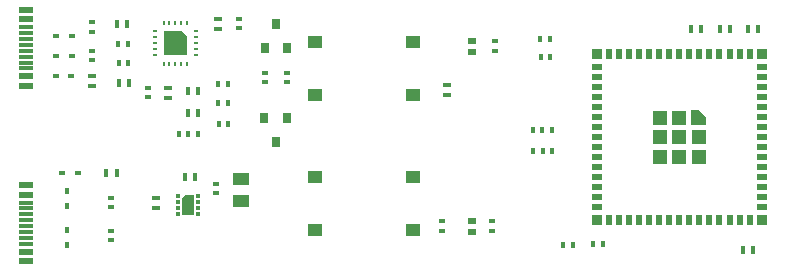
<source format=gtp>
G04*
G04 #@! TF.GenerationSoftware,Altium Limited,Altium Designer,24.7.2 (38)*
G04*
G04 Layer_Color=8421504*
%FSLAX25Y25*%
%MOIN*%
G70*
G04*
G04 #@! TF.SameCoordinates,4F91C874-3C4E-4DED-96D1-C94EC6773432*
G04*
G04*
G04 #@! TF.FilePolarity,Positive*
G04*
G01*
G75*
%ADD18R,0.02165X0.01772*%
%ADD19R,0.05118X0.04331*%
%ADD20R,0.01772X0.02165*%
%ADD21R,0.02756X0.02362*%
%ADD22R,0.02756X0.01378*%
%ADD23R,0.01378X0.02756*%
%ADD24R,0.00984X0.01575*%
%ADD25R,0.05512X0.03937*%
%ADD26R,0.01575X0.01181*%
%ADD27R,0.01575X0.00984*%
%ADD28R,0.01575X0.01890*%
%ADD29R,0.01890X0.01575*%
%ADD30R,0.03150X0.03543*%
%ADD31R,0.04921X0.02362*%
%ADD32R,0.04921X0.01181*%
%ADD33R,0.05118X0.05118*%
%ADD34R,0.03543X0.01968*%
%ADD35R,0.01968X0.03543*%
%ADD36R,0.03543X0.03543*%
G36*
X80945Y83370D02*
Y77071D01*
X73071D01*
Y84945D01*
X79370D01*
X80945Y83370D01*
D02*
G37*
G36*
X83083Y23799D02*
X79343D01*
Y29547D01*
X80090Y30295D01*
X83083D01*
Y23799D01*
D02*
G37*
G36*
X254059Y56192D02*
Y53633D01*
X248941D01*
Y58751D01*
X251500D01*
X254059Y56192D01*
D02*
G37*
D18*
X49200Y84850D02*
D03*
Y88000D02*
D03*
X98300Y89075D02*
D03*
Y85925D02*
D03*
X67900Y62925D02*
D03*
Y66075D02*
D03*
X49200Y75325D02*
D03*
Y78475D02*
D03*
X55700Y15325D02*
D03*
Y18475D02*
D03*
Y29450D02*
D03*
Y26300D02*
D03*
X165800Y18525D02*
D03*
Y21675D02*
D03*
X182700D02*
D03*
Y18525D02*
D03*
X183700Y78425D02*
D03*
Y81575D02*
D03*
X106800Y67925D02*
D03*
Y71075D02*
D03*
X90500Y31000D02*
D03*
Y34150D02*
D03*
X114300Y67925D02*
D03*
Y71075D02*
D03*
D19*
X123661Y36358D02*
D03*
X156339D02*
D03*
X123661Y18642D02*
D03*
X156339D02*
D03*
Y63642D02*
D03*
X123661D02*
D03*
X156339Y81358D02*
D03*
X123661D02*
D03*
D20*
X78177Y50798D02*
D03*
X81327D02*
D03*
D03*
X84476D02*
D03*
X61275Y74300D02*
D03*
X58125D02*
D03*
X61100Y80600D02*
D03*
X57950D02*
D03*
X91325Y67500D02*
D03*
X94475D02*
D03*
X94575Y54000D02*
D03*
X91425D02*
D03*
X94500Y61000D02*
D03*
X91350D02*
D03*
X198725Y82500D02*
D03*
X201875D02*
D03*
X201975Y76500D02*
D03*
X198825D02*
D03*
X219437Y13937D02*
D03*
X216288D02*
D03*
X199500Y45100D02*
D03*
X196350D02*
D03*
X199500D02*
D03*
X202650D02*
D03*
X209450Y13700D02*
D03*
X206300D02*
D03*
X199375Y52100D02*
D03*
X202524D02*
D03*
X196225D02*
D03*
X199375D02*
D03*
D21*
X175800Y18000D02*
D03*
Y21740D02*
D03*
Y78130D02*
D03*
Y81870D02*
D03*
D22*
X167700Y63827D02*
D03*
Y67173D02*
D03*
X74600Y66073D02*
D03*
X70400Y29447D02*
D03*
Y26100D02*
D03*
X49200Y70173D02*
D03*
Y66827D02*
D03*
X91200Y89173D02*
D03*
Y85827D02*
D03*
X74600Y62727D02*
D03*
D23*
X268027Y85700D02*
D03*
X271373D02*
D03*
X261747D02*
D03*
X258400D02*
D03*
X252200D02*
D03*
X248853D02*
D03*
X83447Y36300D02*
D03*
X80100D02*
D03*
X269673Y12000D02*
D03*
X266327D02*
D03*
X84673Y64956D02*
D03*
X81327D02*
D03*
X54053Y37600D02*
D03*
X57400D02*
D03*
X84673Y57900D02*
D03*
X81327D02*
D03*
X61673Y67800D02*
D03*
X58327D02*
D03*
X61000Y87400D02*
D03*
X57653D02*
D03*
D24*
X73071Y74118D02*
D03*
X80945D02*
D03*
X78976D02*
D03*
X77008D02*
D03*
X75039D02*
D03*
X73071Y87898D02*
D03*
X75039D02*
D03*
X77008D02*
D03*
X78976D02*
D03*
X80945D02*
D03*
D25*
X99000Y35587D02*
D03*
Y28500D02*
D03*
D26*
X77925Y30000D02*
D03*
Y28032D02*
D03*
Y26063D02*
D03*
Y24094D02*
D03*
X84500Y30000D02*
D03*
Y28032D02*
D03*
Y26063D02*
D03*
Y24094D02*
D03*
D27*
X83898Y84945D02*
D03*
Y82976D02*
D03*
Y81008D02*
D03*
Y79039D02*
D03*
Y77071D02*
D03*
X70118D02*
D03*
Y79039D02*
D03*
Y81008D02*
D03*
Y82976D02*
D03*
Y84945D02*
D03*
D28*
X40900Y13603D02*
D03*
Y18800D02*
D03*
Y31798D02*
D03*
Y26602D02*
D03*
D29*
X42400Y83300D02*
D03*
X37203D02*
D03*
Y76600D02*
D03*
X42400D02*
D03*
X37103Y70000D02*
D03*
X42300D02*
D03*
X44398Y37600D02*
D03*
X39202D02*
D03*
D30*
X106820Y79500D02*
D03*
X114300D02*
D03*
X110560Y87374D02*
D03*
X114200Y56000D02*
D03*
X106720D02*
D03*
X110460Y48126D02*
D03*
D31*
X27264Y66894D02*
D03*
Y70043D02*
D03*
Y92090D02*
D03*
Y88941D02*
D03*
Y30457D02*
D03*
Y33606D02*
D03*
Y11559D02*
D03*
Y8409D02*
D03*
D32*
Y72602D02*
D03*
Y74571D02*
D03*
Y84413D02*
D03*
Y86382D02*
D03*
Y82445D02*
D03*
Y80476D02*
D03*
Y78508D02*
D03*
Y76539D02*
D03*
Y18055D02*
D03*
Y20024D02*
D03*
Y21992D02*
D03*
Y23961D02*
D03*
Y27898D02*
D03*
Y25929D02*
D03*
Y16087D02*
D03*
Y14118D02*
D03*
D33*
X245004Y49696D02*
D03*
Y43200D02*
D03*
Y56192D02*
D03*
X251500Y49696D02*
D03*
X238508D02*
D03*
X251500Y43200D02*
D03*
X238508D02*
D03*
Y56192D02*
D03*
D34*
X272563Y73121D02*
D03*
Y69775D02*
D03*
Y66428D02*
D03*
Y63082D02*
D03*
Y59735D02*
D03*
Y56389D02*
D03*
Y53043D02*
D03*
Y49696D02*
D03*
Y46350D02*
D03*
Y43003D02*
D03*
Y39657D02*
D03*
Y36310D02*
D03*
Y32964D02*
D03*
Y29617D02*
D03*
Y26271D02*
D03*
X217445D02*
D03*
Y29617D02*
D03*
Y32964D02*
D03*
Y36310D02*
D03*
Y39657D02*
D03*
Y43003D02*
D03*
Y46350D02*
D03*
Y49696D02*
D03*
Y53043D02*
D03*
Y56389D02*
D03*
Y59735D02*
D03*
Y63082D02*
D03*
Y66428D02*
D03*
Y69775D02*
D03*
Y73121D02*
D03*
D35*
X268429Y22137D02*
D03*
X265083D02*
D03*
X261736D02*
D03*
X258390D02*
D03*
X255043D02*
D03*
X251697D02*
D03*
X248350D02*
D03*
X245004D02*
D03*
X241657D02*
D03*
X238311D02*
D03*
X234965D02*
D03*
X231618D02*
D03*
X228272D02*
D03*
X224925D02*
D03*
X221579D02*
D03*
Y77255D02*
D03*
X224925D02*
D03*
X228272D02*
D03*
X231618D02*
D03*
X234965D02*
D03*
X238311D02*
D03*
X241657D02*
D03*
X245004D02*
D03*
X248350D02*
D03*
X251697D02*
D03*
X255043D02*
D03*
X258390D02*
D03*
X261736D02*
D03*
X265083D02*
D03*
X268429D02*
D03*
D36*
X272563Y22137D02*
D03*
X217445D02*
D03*
Y77255D02*
D03*
X272563D02*
D03*
M02*

</source>
